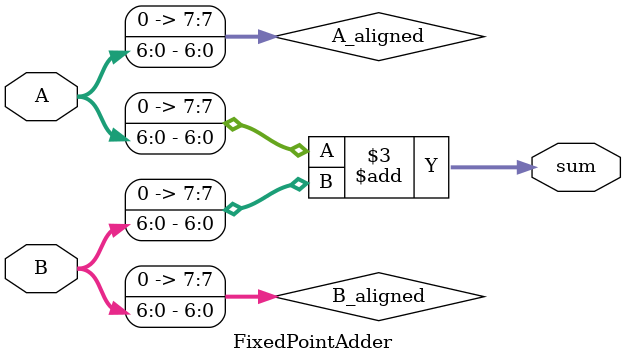
<source format=sv>
module FixedPointAdder #(parameter n1 = 5, parameter m1 = 2,
                         parameter n2 = 5, parameter m2 = 2)
(
    input logic [(n1 + m1) - 1:0] A,
    input logic [(n2 + m2) - 1:0] B,
    output logic [(RESULT_N + M) - 1:0] sum
);
    localparam RESULT_N = (n1 > n2 ? n1 : n2) + 1;
    localparam M = (m1 > m2 ? m1 : m2);

    logic [(RESULT_N + M) - 1:0] A_aligned, B_aligned;

    assign A_aligned = A << (M - m1);
    assign B_aligned = B << (M - m2);
    assign sum = A_aligned + B_aligned;

endmodule

</source>
